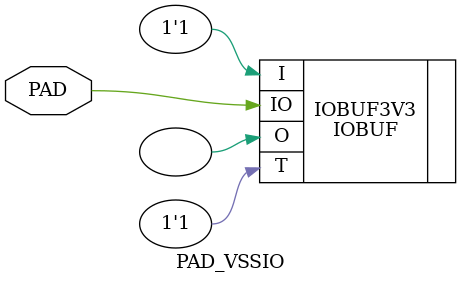
<source format=v>

module PAD_VSSIO (
   // Inouts
   PAD
   );
   inout PAD;

  IOBUF #(
    .IOSTANDARD ("LVCMOS33"),
    .DRIVE(8)
  ) IOBUF3V3 (
    .O( ),
    .IO(PAD),
    .I(1'b1),
    .T(1'b1)
  );
    
endmodule // PAD_VSSIO

</source>
